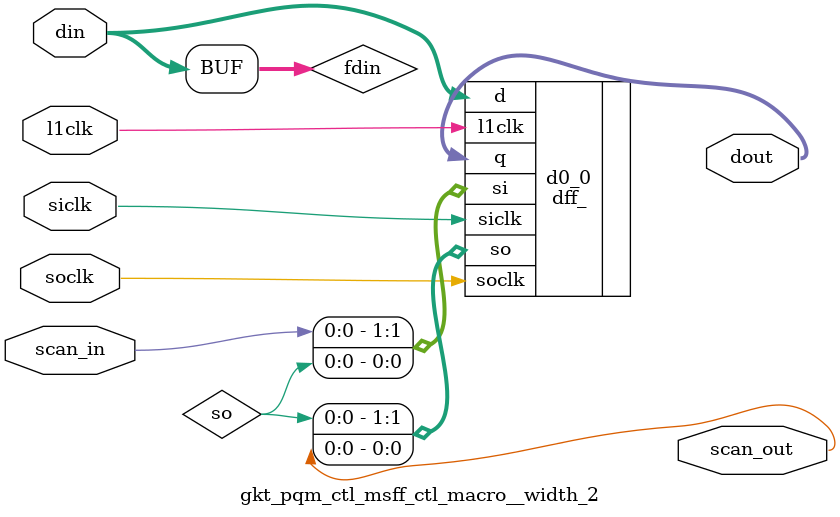
<source format=v>
module gkt_pqm_ctl (
  l1clk, 
  scan_in, 
  spc_aclk, 
  spc_bclk, 
  scan_out, 
  pqm_req_drop, 
  pqm_empty, 
  spc_pcx_req_pq, 
  pcx_grant);
wire siclk;
wire soclk;
wire [1:0] qcnt_inc;
wire [1:0] qcnt;
wire [1:0] qcnt_dec;
wire qfull;
wire incr;
wire decr;
wire hold;
wire [1:0] qcnt_next;
wire dff_qcnt_scanin;
wire dff_qcnt_scanout;


// globals
input           l1clk;
input           scan_in;
input           spc_aclk;
input           spc_bclk;
output          scan_out;

output pqm_req_drop;
output pqm_empty;


input spc_pcx_req_pq;
input pcx_grant;

// scan renames
assign siclk = spc_aclk;
assign soclk = spc_bclk;
// end scan


////////////////////////////////////////////////////////
// keep track of ccx fifo
// l15 can send 2 requests followed by a 3rd speculative req.
// If a grant is not seen in the cycle when 3rd req is launched,
// then it is dropped by ccx, and l15 has to resend it.

assign qcnt_inc[1:0] = qcnt[1:0] + 2'b01;
assign qcnt_dec[1:0] = (qcnt[1:0] == 2'b00)? 2'b00: (qcnt[1:0] - 2'b01);

assign qfull = qcnt[1];
assign pqm_empty = ~qcnt[1] & ~qcnt[0];

// do not increment if qfull, the req is going to get dropped.

assign incr = spc_pcx_req_pq & ~qfull & ~pcx_grant;
assign decr = ~spc_pcx_req_pq & pcx_grant;
assign hold = ~incr & ~decr;
//assign qcnt_next[1:0] = incr? qcnt_inc[1:0]: decr ? qcnt_dec[1:0] : qcnt[1:0];

assign qcnt_next[1:0] = ({2{incr}} & qcnt_inc[1:0]) |
                        ({2{decr}} & qcnt_dec[1:0]) |
                        ({2{hold}} & qcnt[1:0]);

// pcx_grant is a very late signal.
//


// 0in overflow -var qcnt_next[1:0] -min 0 -max 2

assign pqm_req_drop = qcnt[1] & spc_pcx_req_pq & ~pcx_grant;

gkt_pqm_ctl_msff_ctl_macro__width_2 dff_qcnt
  (
   .scan_in(dff_qcnt_scanin),
   .scan_out(dff_qcnt_scanout),
   .din           (qcnt_next[1:0]),
   .dout             (qcnt[1:0]),
   .l1clk         (l1clk),
  .siclk(siclk),
  .soclk(soclk)
);

// fixscan start:
assign dff_qcnt_scanin           = scan_in                  ;
assign scan_out                  = dff_qcnt_scanout         ;
// fixscan end:
endmodule // gkt_pqm_ctl






// any PARAMS parms go into naming of macro

module gkt_pqm_ctl_msff_ctl_macro__width_2 (
  din, 
  l1clk, 
  scan_in, 
  siclk, 
  soclk, 
  dout, 
  scan_out);
wire [1:0] fdin;
wire [0:0] so;

  input [1:0] din;
  input l1clk;
  input scan_in;


  input siclk;
  input soclk;

  output [1:0] dout;
  output scan_out;
assign fdin[1:0] = din[1:0];






dff_ #(2)  d0_0 (
.l1clk(l1clk),
.siclk(siclk),
.soclk(soclk),
.d(fdin[1:0]),
.si({scan_in,so[0:0]}),
.so({so[0:0],scan_out}),
.q(dout[1:0])
);












endmodule









</source>
